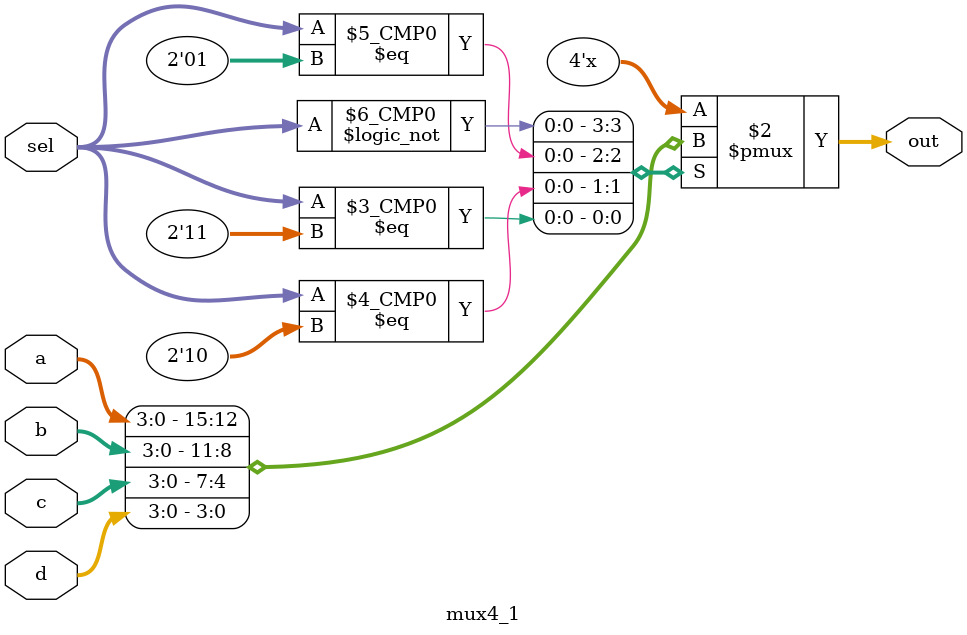
<source format=v>
`timescale 1ns / 1ps

module mux4_1 #(parameter size = 4)(a, b, c, d, out, sel);
    input [size-1:0] a, b, c, d;
    input [1:0] sel;
    output reg [size-1:0] out;
    
    always @(a or b or c or d or sel)
        case(sel)
            2'b00: out <= a;
            2'b01: out <= b;
            2'b10: out <= c;
            2'b11: out <= d;
        endcase
endmodule

</source>
